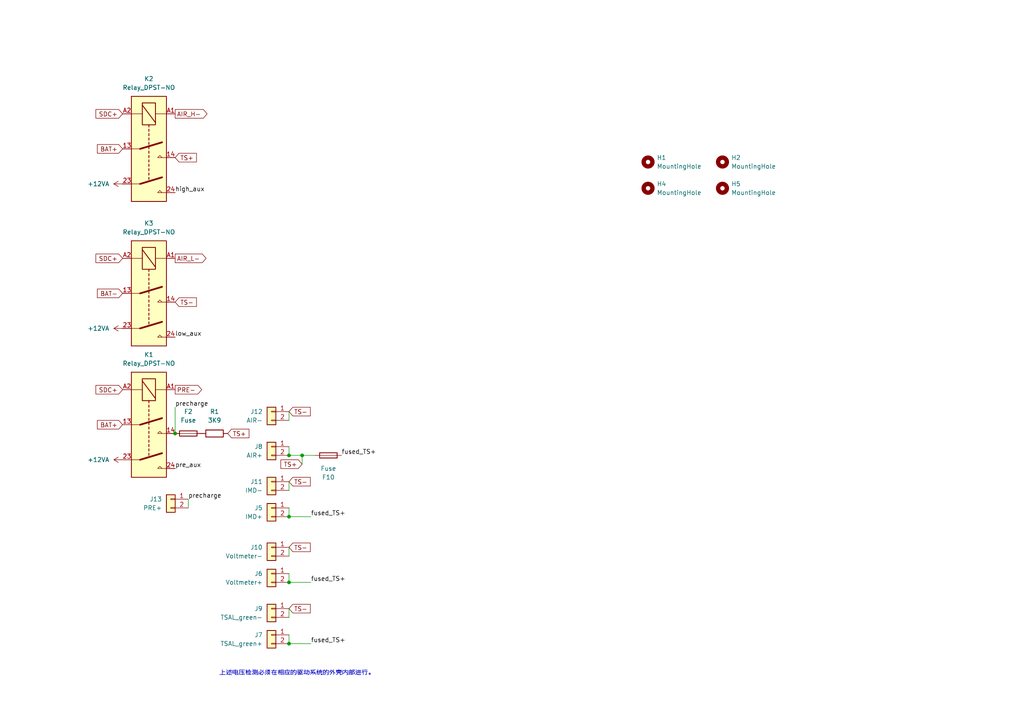
<source format=kicad_sch>
(kicad_sch (version 20250114) (generator "eeschema") (generator_version "9.0")
  (paper "A4")
  (lib_symbols
    (symbol "Connector_Generic:Conn_01x02" (pin_names (offset 1.016) (hide yes))
      (property "Reference" "J" (at 0 2.54 0))
      (property "Value" "Conn_01x02" (at 0 -5.08 0))
      (symbol "Conn_01x02_1_1"
        (rectangle (start -1.27 1.27) (end 1.27 -3.81) (stroke (width 0.254)) (fill (type background)))
        (rectangle (start -1.27 0.127) (end 0 -0.127) (stroke (width 0.1524)))
        (rectangle (start -1.27 -2.413) (end 0 -2.667) (stroke (width 0.1524)))
        (pin passive line (at -5.08 0 0) (length 3.81) (name "Pin_1") (number "1"))
        (pin passive line (at -5.08 -2.54 0) (length 3.81) (name "Pin_2") (number "2"))
      )
    )
    (symbol "Device:Fuse" (pin_numbers (hide yes)) (pin_names (offset 0))
      (property "Reference" "F" (at 2.032 0 90))
      (property "Value" "Fuse" (at -1.905 0 90))
      (symbol "Fuse_0_1"
        (rectangle (start -0.762 -2.54) (end 0.762 2.54) (stroke (width 0.254)))
        (polyline (pts (xy 0 2.54) (xy 0 -2.54)))
      )
      (symbol "Fuse_1_1"
        (pin passive line (at 0 3.81 270) (length 1.27) (name "~") (number "1"))
        (pin passive line (at 0 -3.81 90) (length 1.27) (name "~") (number "2"))
      )
    )
    (symbol "Device:R" (pin_numbers (hide yes)) (pin_names (offset 0))
      (property "Reference" "R" (at 2.032 0 90))
      (property "Value" "R" (at 0 0 90))
      (symbol "R_0_1"
        (rectangle (start -1.016 -2.54) (end 1.016 2.54) (stroke (width 0.254)))
      )
      (symbol "R_1_1"
        (pin passive line (at 0 3.81 270) (length 1.27) (name "~") (number "1"))
        (pin passive line (at 0 -3.81 90) (length 1.27) (name "~") (number "2"))
      )
    )
    (symbol "Mechanical:MountingHole" (pin_names (offset 1.016)) (in_bom no)
      (property "Reference" "H" (at 0 5.08 0))
      (property "Value" "MountingHole" (at 0 3.175 0))
      (symbol "MountingHole_0_1"
        (circle (center 0 0) (radius 1.27) (stroke (width 1.27)))
      )
    )
    (symbol "Relay:Relay_DPST-NO"
      (property "Reference" "K" (at 16.51 3.81 0))
      (property "Value" "Relay_DPST-NO" (at 16.51 1.27 0))
      (symbol "Relay_DPST-NO_0_1"
        (rectangle (start -15.24 5.08) (end 15.24 -5.08) (stroke (width 0.254)) (fill (type background)))
        (rectangle (start -13.335 1.905) (end -6.985 -1.905) (stroke (width 0.254)))
        (polyline (pts (xy -12.7 -1.905) (xy -7.62 1.905)) (stroke (width 0.254)))
        (polyline (pts (xy -10.16 5.08) (xy -10.16 1.905)))
        (polyline (pts (xy -10.16 -5.08) (xy -10.16 -1.905)))
        (polyline (pts (xy -6.985 0) (xy -6.35 0)) (stroke (width 0.254)))
        (polyline (pts (xy -5.715 0) (xy -5.08 0)) (stroke (width 0.254)))
        (polyline (pts (xy -4.445 0) (xy -3.81 0)) (stroke (width 0.254)))
        (polyline (pts (xy -3.175 0) (xy -2.54 0)) (stroke (width 0.254)))
        (polyline (pts (xy -1.905 0) (xy -1.27 0)) (stroke (width 0.254)))
        (polyline (pts (xy -0.635 0) (xy 0 0)) (stroke (width 0.254)))
        (polyline (pts (xy 0 -2.54) (xy -1.905 3.81)) (stroke (width 0.508)))
        (polyline (pts (xy 0 -2.54) (xy 0 -5.08)))
        (polyline (pts (xy 0.635 0) (xy 1.27 0)) (stroke (width 0.254)))
        (polyline (pts (xy 1.905 0) (xy 2.54 0)) (stroke (width 0.254)))
        (polyline (pts (xy 2.54 5.08) (xy 2.54 2.54) (xy 1.905 3.175) (xy 2.54 3.81)))
        (polyline (pts (xy 3.175 0) (xy 3.81 0)) (stroke (width 0.254)))
        (polyline (pts (xy 4.445 0) (xy 5.08 0)) (stroke (width 0.254)))
        (polyline (pts (xy 5.715 0) (xy 6.35 0)) (stroke (width 0.254)))
        (polyline (pts (xy 6.985 0) (xy 7.62 0)) (stroke (width 0.254)))
        (polyline (pts (xy 8.255 0) (xy 8.89 0)) (stroke (width 0.254)))
        (polyline (pts (xy 10.16 -2.54) (xy 8.255 3.81)) (stroke (width 0.508)))
        (polyline (pts (xy 10.16 -2.54) (xy 10.16 -5.08)))
        (polyline (pts (xy 12.7 5.08) (xy 12.7 2.54) (xy 12.065 3.175) (xy 12.7 3.81)))
      )
      (symbol "Relay_DPST-NO_1_1"
        (pin passive line (at -10.16 7.62 270) (length 2.54) (name "~") (number "A1"))
        (pin passive line (at -10.16 -7.62 90) (length 2.54) (name "~") (number "A2"))
        (pin passive line (at 0 -7.62 90) (length 2.54) (name "~") (number "13"))
        (pin passive line (at 2.54 7.62 270) (length 2.54) (name "~") (number "14"))
        (pin passive line (at 10.16 -7.62 90) (length 2.54) (name "~") (number "23"))
        (pin passive line (at 12.7 7.62 270) (length 2.54) (name "~") (number "24"))
      )
    )
    (symbol "power:+12VA" (power) (pin_numbers (hide yes)) (pin_names (offset 0) (hide yes))
      (property "Value" "+12VA" (at 0 3.556 0))
      (symbol "+12VA_0_1"
        (polyline (pts (xy -0.762 1.27) (xy 0 2.54)))
        (polyline (pts (xy 0 2.54) (xy 0.762 1.27)))
        (polyline (pts (xy 0 0) (xy 0 2.54)))
      )
      (symbol "+12VA_1_1"
        (pin power_in line (at 0 0 90) (length 0) (name "~") (number "1"))
      )
    )
  )
  (text "上述电压检测必须在相应的驱动系统的外壳内部进行。" (at 85.852 195.326 0) (effects (font (size 1.27 1.27))))
  (junction (at 87.63 132.08))
  (junction (at 83.82 186.69))
  (junction (at 50.8 125.73))
  (junction (at 83.82 168.91))
  (junction (at 83.82 149.86))
  (junction (at 83.82 132.08))
  (wire (pts (xy 54.61 144.78) (xy 54.61 147.32)))
  (wire (pts (xy 90.17 186.69) (xy 83.82 186.69)))
  (wire (pts (xy 83.82 129.54) (xy 83.82 132.08)))
  (wire (pts (xy 83.82 147.32) (xy 83.82 149.86)))
  (wire (pts (xy 83.82 119.38) (xy 83.82 121.92)))
  (wire (pts (xy 90.17 149.86) (xy 83.82 149.86)))
  (wire (pts (xy 83.82 168.91) (xy 90.17 168.91)))
  (wire (pts (xy 83.82 184.15) (xy 83.82 186.69)))
  (wire (pts (xy 87.63 134.62) (xy 87.63 132.08)))
  (wire (pts (xy 50.8 118.11) (xy 50.8 125.73)))
  (wire (pts (xy 83.82 139.7) (xy 83.82 142.24)))
  (wire (pts (xy 91.44 132.08) (xy 87.63 132.08)))
  (wire (pts (xy 83.82 158.75) (xy 83.82 161.29)))
  (wire (pts (xy 83.82 176.53) (xy 83.82 179.07)))
  (wire (pts (xy 87.63 132.08) (xy 83.82 132.08)))
  (wire (pts (xy 83.82 166.37) (xy 83.82 168.91)))
  (label "low_aux" (at 50.8 97.79 0))
  (label "precharge" (at 50.8 118.11 0))
  (label "pre_aux" (at 50.8 135.89 0))
  (label "high_aux" (at 50.8 55.88 0))
  (label "fused_TS+" (at 90.17 186.69 0))
  (label "fused_TS+" (at 90.17 168.91 0))
  (label "precharge" (at 54.61 144.78 0))
  (label "fused_TS+" (at 90.17 149.86 0))
  (label "fused_TS+" (at 99.06 132.08 0))
  (global_label "TS-" (shape input) (at 83.82 176.53 0) (property "Intersheetrefs" "${INTERSHEET_REFS}" (effects (hide yes))))
  (global_label "SDC+" (shape input) (at 35.56 33.02 180) (property "Intersheetrefs" "${INTERSHEET_REFS}" (effects (hide yes))))
  (global_label "TS+" (shape input) (at 50.8 45.72 0) (property "Intersheetrefs" "${INTERSHEET_REFS}" (effects (hide yes))))
  (global_label "SDC+" (shape input) (at 35.56 113.03 180) (property "Intersheetrefs" "${INTERSHEET_REFS}" (effects (hide yes))))
  (global_label "AIR_H-" (shape output) (at 50.8 33.02 0) (property "Intersheetrefs" "${INTERSHEET_REFS}" (effects (hide yes))))
  (global_label "TS-" (shape input) (at 83.82 119.38 0) (property "Intersheetrefs" "${INTERSHEET_REFS}" (effects (hide yes))))
  (global_label "BAT+" (shape input) (at 35.56 43.18 180) (property "Intersheetrefs" "${INTERSHEET_REFS}" (effects (hide yes))))
  (global_label "AIR_L-" (shape output) (at 50.8 74.93 0) (property "Intersheetrefs" "${INTERSHEET_REFS}" (effects (hide yes))))
  (global_label "TS-" (shape input) (at 83.82 158.75 0) (property "Intersheetrefs" "${INTERSHEET_REFS}" (effects (hide yes))))
  (global_label "PRE-" (shape output) (at 50.8 113.03 0) (property "Intersheetrefs" "${INTERSHEET_REFS}" (effects (hide yes))))
  (global_label "TS-" (shape input) (at 50.8 87.63 0) (property "Intersheetrefs" "${INTERSHEET_REFS}" (effects (hide yes))))
  (global_label "TS+" (shape input) (at 66.04 125.73 0) (property "Intersheetrefs" "${INTERSHEET_REFS}" (effects (hide yes))))
  (global_label "BAT-" (shape input) (at 35.56 85.09 180) (property "Intersheetrefs" "${INTERSHEET_REFS}" (effects (hide yes))))
  (global_label "TS+" (shape input) (at 87.63 134.62 180) (property "Intersheetrefs" "${INTERSHEET_REFS}" (effects (hide yes))))
  (global_label "BAT+" (shape input) (at 35.56 123.19 180) (property "Intersheetrefs" "${INTERSHEET_REFS}" (effects (hide yes))))
  (global_label "SDC+" (shape input) (at 35.56 74.93 180) (property "Intersheetrefs" "${INTERSHEET_REFS}" (effects (hide yes))))
  (global_label "TS-" (shape input) (at 83.82 139.7 0) (property "Intersheetrefs" "${INTERSHEET_REFS}" (effects (hide yes))))
  (symbol (lib_id "Mechanical:MountingHole") (at 187.96 54.61 0) (unit 1) (in_bom no)
    (property "Reference" "H4" (at 190.5 53.3399 0) (effects (justify left)))
    (property "Value" "MountingHole" (at 190.5 55.8799 0) (effects (justify left)))
    (property "Footprint" "MountingHole:MountingHole_4.3mm_M4" (effects (hide yes)))
    (property "Description" "Mounting Hole without connection" (effects (hide yes)))
  )
  (symbol (lib_id "Connector_Generic:Conn_01x02") (at 78.74 176.53 0) (mirror y) (unit 1)
    (property "Reference" "J9" (at 76.2 176.5299 0) (effects (justify left)))
    (property "Value" "TSAL_green-" (at 76.2 179.0699 0) (effects (justify left)))
    (property "Footprint" "Connector_Molex:Molex_Micro-Fit_3.0_43650-0215_1x02_P3.00mm_Vertical" (effects (hide yes)))
    (property "Description" "Generic connector, single row, 01x02, script generated (kicad-library-utils/schlib/autogen/connector/)" (effects (hide yes)))
  )
  (symbol (lib_id "Connector_Generic:Conn_01x02") (at 78.74 166.37 0) (mirror y) (unit 1)
    (property "Reference" "J6" (at 76.2 166.3699 0) (effects (justify left)))
    (property "Value" "Voltmeter+" (at 76.2 168.9099 0) (effects (justify left)))
    (property "Footprint" "Connector_Molex:Molex_Micro-Fit_3.0_43650-0215_1x02_P3.00mm_Vertical" (effects (hide yes)))
    (property "Description" "Generic connector, single row, 01x02, script generated (kicad-library-utils/schlib/autogen/connector/)" (effects (hide yes)))
  )
  (symbol (lib_id "Mechanical:MountingHole") (at 209.55 54.61 0) (unit 1) (in_bom no)
    (property "Reference" "H5" (at 212.09 53.3399 0) (effects (justify left)))
    (property "Value" "MountingHole" (at 212.09 55.8799 0) (effects (justify left)))
    (property "Footprint" "MountingHole:MountingHole_4.3mm_M4" (effects (hide yes)))
    (property "Description" "Mounting Hole without connection" (effects (hide yes)))
  )
  (symbol (lib_id "Relay:Relay_DPST-NO") (at 43.18 85.09 270) (unit 1) (on_board no)
    (property "Reference" "K3" (at 43.18 64.77 90))
    (property "Value" "Relay_DPST-NO" (at 43.18 67.31 90))
    (property "Description" "Relay DPST, monostable, normally open, EN50005" (effects (hide yes)))
  )
  (symbol (lib_id "Connector_Generic:Conn_01x02") (at 78.74 184.15 0) (mirror y) (unit 1)
    (property "Reference" "J7" (at 76.2 184.1499 0) (effects (justify left)))
    (property "Value" "TSAL_green+" (at 76.2 186.6899 0) (effects (justify left)))
    (property "Footprint" "Connector_Molex:Molex_Micro-Fit_3.0_43650-0215_1x02_P3.00mm_Vertical" (effects (hide yes)))
    (property "Description" "Generic connector, single row, 01x02, script generated (kicad-library-utils/schlib/autogen/connector/)" (effects (hide yes)))
  )
  (symbol (lib_id "Connector_Generic:Conn_01x02") (at 78.74 139.7 0) (mirror y) (unit 1)
    (property "Reference" "J11" (at 76.2 139.6999 0) (effects (justify left)))
    (property "Value" "IMD-" (at 76.2 142.2399 0) (effects (justify left)))
    (property "Footprint" "Connector_Molex:Molex_Micro-Fit_3.0_43650-0200_1x02_P3.00mm_Horizontal" (effects (hide yes)))
    (property "Description" "Generic connector, single row, 01x02, script generated (kicad-library-utils/schlib/autogen/connector/)" (effects (hide yes)))
  )
  (symbol (lib_id "Device:Fuse") (at 54.61 125.73 90) (unit 1)
    (property "Reference" "F2" (at 54.61 119.38 90))
    (property "Value" "Fuse" (at 54.61 121.92 90))
    (property "Footprint" "Fuse:Fuseholder_Littelfuse_Nano2_157x" (effects (hide yes)))
    (property "Description" "Fuse" (effects (hide yes)))
  )
  (symbol (lib_id "power:+12VA") (at 35.56 53.34 90) (unit 1)
    (property "Reference" "#PWR06" (effects (hide yes)))
    (property "Value" "+12VA" (at 31.75 53.3399 90) (effects (justify left)))
    (property "Description" "Power symbol creates a global label with name \"+12VA\"" (effects (hide yes)))
  )
  (symbol (lib_id "Connector_Generic:Conn_01x02") (at 78.74 147.32 0) (mirror y) (unit 1)
    (property "Reference" "J5" (at 76.2 147.3199 0) (effects (justify left)))
    (property "Value" "IMD+" (at 76.2 149.8599 0) (effects (justify left)))
    (property "Footprint" "Connector_Molex:Molex_Micro-Fit_3.0_43650-0200_1x02_P3.00mm_Horizontal" (effects (hide yes)))
    (property "Description" "Generic connector, single row, 01x02, script generated (kicad-library-utils/schlib/autogen/connector/)" (effects (hide yes)))
  )
  (symbol (lib_id "power:+12VA") (at 35.56 133.35 90) (unit 1)
    (property "Reference" "#PWR05" (effects (hide yes)))
    (property "Value" "+12VA" (at 31.75 133.3499 90) (effects (justify left)))
    (property "Description" "Power symbol creates a global label with name \"+12VA\"" (effects (hide yes)))
  )
  (symbol (lib_id "Relay:Relay_DPST-NO") (at 43.18 43.18 270) (unit 1) (on_board no)
    (property "Reference" "K2" (at 43.18 22.86 90))
    (property "Value" "Relay_DPST-NO" (at 43.18 25.4 90))
    (property "Description" "Relay DPST, monostable, normally open, EN50005" (effects (hide yes)))
  )
  (symbol (lib_id "Device:R") (at 62.23 125.73 90) (unit 1)
    (property "Reference" "R1" (at 62.23 119.38 90))
    (property "Value" "3K9" (at 62.23 121.92 90))
    (property "Footprint" "Resistor_THT:R_Axial_DIN0207_L6.3mm_D2.5mm_P15.24mm_Horizontal" (effects (hide yes)))
    (property "Description" "Resistor" (effects (hide yes)))
  )
  (symbol (lib_id "power:+12VA") (at 35.56 95.25 90) (unit 1)
    (property "Reference" "#PWR07" (effects (hide yes)))
    (property "Value" "+12VA" (at 31.75 95.2499 90) (effects (justify left)))
    (property "Description" "Power symbol creates a global label with name \"+12VA\"" (effects (hide yes)))
  )
  (symbol (lib_id "Connector_Generic:Conn_01x02") (at 78.74 129.54 0) (mirror y) (unit 1)
    (property "Reference" "J8" (at 76.2 129.5399 0) (effects (justify left)))
    (property "Value" "AIR+" (at 76.2 132.0799 0) (effects (justify left)))
    (property "Footprint" "Connector_Molex:Molex_Micro-Fit_3.0_43650-0215_1x02_P3.00mm_Vertical" (effects (hide yes)))
    (property "Description" "Generic connector, single row, 01x02, script generated (kicad-library-utils/schlib/autogen/connector/)" (effects (hide yes)))
  )
  (symbol (lib_id "Connector_Generic:Conn_01x02") (at 78.74 119.38 0) (mirror y) (unit 1)
    (property "Reference" "J12" (at 76.2 119.3799 0) (effects (justify left)))
    (property "Value" "AIR-" (at 76.2 121.9199 0) (effects (justify left)))
    (property "Footprint" "Connector_Molex:Molex_Micro-Fit_3.0_43650-0215_1x02_P3.00mm_Vertical" (effects (hide yes)))
    (property "Description" "Generic connector, single row, 01x02, script generated (kicad-library-utils/schlib/autogen/connector/)" (effects (hide yes)))
  )
  (symbol (lib_id "Mechanical:MountingHole") (at 187.96 46.99 0) (unit 1) (in_bom no)
    (property "Reference" "H1" (at 190.5 45.7199 0) (effects (justify left)))
    (property "Value" "MountingHole" (at 190.5 48.2599 0) (effects (justify left)))
    (property "Footprint" "MountingHole:MountingHole_4.3mm_M4" (effects (hide yes)))
    (property "Description" "Mounting Hole without connection" (effects (hide yes)))
  )
  (symbol (lib_id "Connector_Generic:Conn_01x02") (at 78.74 158.75 0) (mirror y) (unit 1)
    (property "Reference" "J10" (at 76.2 158.7499 0) (effects (justify left)))
    (property "Value" "Voltmeter-" (at 76.2 161.2899 0) (effects (justify left)))
    (property "Footprint" "Connector_Molex:Molex_Micro-Fit_3.0_43650-0215_1x02_P3.00mm_Vertical" (effects (hide yes)))
    (property "Description" "Generic connector, single row, 01x02, script generated (kicad-library-utils/schlib/autogen/connector/)" (effects (hide yes)))
  )
  (symbol (lib_id "Relay:Relay_DPST-NO") (at 43.18 123.19 270) (unit 1) (on_board no)
    (property "Reference" "K1" (at 43.18 102.87 90))
    (property "Value" "Relay_DPST-NO" (at 43.18 105.41 90))
    (property "Description" "Relay DPST, monostable, normally open, EN50005" (effects (hide yes)))
  )
  (symbol (lib_id "Connector_Generic:Conn_01x02") (at 49.53 144.78 0) (mirror y) (unit 1)
    (property "Reference" "J13" (at 46.99 144.7799 0) (effects (justify left)))
    (property "Value" "PRE+" (at 46.99 147.3199 0) (effects (justify left)))
    (property "Footprint" "Connector_Molex:Molex_Micro-Fit_3.0_43650-0215_1x02_P3.00mm_Vertical" (effects (hide yes)))
    (property "Description" "Generic connector, single row, 01x02, script generated (kicad-library-utils/schlib/autogen/connector/)" (effects (hide yes)))
  )
  (symbol (lib_id "Mechanical:MountingHole") (at 209.55 46.99 0) (unit 1) (in_bom no)
    (property "Reference" "H2" (at 212.09 45.7199 0) (effects (justify left)))
    (property "Value" "MountingHole" (at 212.09 48.2599 0) (effects (justify left)))
    (property "Footprint" "MountingHole:MountingHole_4.3mm_M4" (effects (hide yes)))
    (property "Description" "Mounting Hole without connection" (effects (hide yes)))
  )
  (symbol (lib_id "Device:Fuse") (at 95.25 132.08 270) (unit 1)
    (property "Reference" "F10" (at 95.25 138.43 90))
    (property "Value" "Fuse" (at 95.25 135.89 90))
    (property "Footprint" "Fuse:Fuseholder_Littelfuse_Nano2_157x" (effects (hide yes)))
    (property "Description" "Fuse" (effects (hide yes)))
  )
)
</source>
